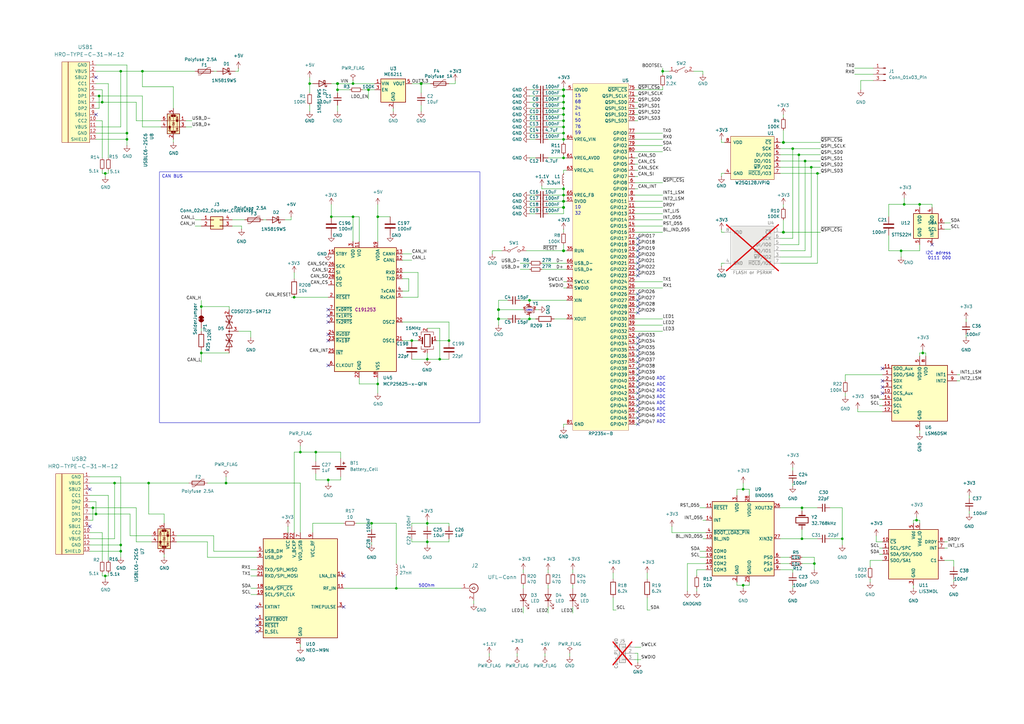
<source format=kicad_sch>
(kicad_sch
	(version 20250114)
	(generator "eeschema")
	(generator_version "9.0")
	(uuid "019f2816-6bfb-4531-95b3-45f73cf5fc4b")
	(paper "A3")
	(title_block
		(title "Westfly AHRS")
		(date "2025-04-26")
		(rev "0.02")
		(company "Westfly")
	)
	
	(text "I2C adress\n 0111 000"
		(exclude_from_sim no)
		(at 384.81 104.902 0)
		(effects
			(font
				(size 1.27 1.27)
			)
		)
		(uuid "0d4331b0-2215-4cb7-a05f-a8735a201122")
	)
	(text "ADC"
		(exclude_from_sim no)
		(at 269.24 166.116 0)
		(effects
			(font
				(size 1.27 1.27)
			)
			(justify left bottom)
		)
		(uuid "1300c50a-2d28-4239-b2de-e0c940f046c2")
	)
	(text "76\n"
		(exclude_from_sim no)
		(at 235.712 52.07 0)
		(effects
			(font
				(size 1.27 1.27)
			)
			(justify left)
		)
		(uuid "1bdf4ad1-6dfe-4bc9-ab81-c95190edd021")
	)
	(text "12MHz"
		(exclude_from_sim no)
		(at 218.44 127.635 0)
		(effects
			(font
				(size 0.508 0.508)
			)
			(justify right bottom)
		)
		(uuid "2a3bf998-87aa-42c6-9ad1-8af2edef1578")
	)
	(text "ADC"
		(exclude_from_sim no)
		(at 269.24 168.656 0)
		(effects
			(font
				(size 1.27 1.27)
			)
			(justify left bottom)
		)
		(uuid "371c443a-0be3-47ae-86a9-39e2faecff57")
	)
	(text "ADC"
		(exclude_from_sim no)
		(at 269.24 173.736 0)
		(effects
			(font
				(size 1.27 1.27)
			)
			(justify left bottom)
		)
		(uuid "37341bdf-8ced-4805-8a71-799042187467")
	)
	(text "ADC"
		(exclude_from_sim no)
		(at 269.24 158.496 0)
		(effects
			(font
				(size 1.27 1.27)
			)
			(justify left bottom)
		)
		(uuid "3971bafe-80f7-4091-ac24-544f57bab9ae")
	)
	(text "ADC"
		(exclude_from_sim no)
		(at 269.24 171.196 0)
		(effects
			(font
				(size 1.27 1.27)
			)
			(justify left bottom)
		)
		(uuid "49313fee-9adf-4c6e-a6e0-623d0094b5e6")
	)
	(text "41"
		(exclude_from_sim no)
		(at 235.712 46.99 0)
		(effects
			(font
				(size 1.27 1.27)
			)
			(justify left)
		)
		(uuid "4ea5dd3e-08d8-4122-bacd-98b43e916d8f")
	)
	(text "ADC"
		(exclude_from_sim no)
		(at 269.24 163.576 0)
		(effects
			(font
				(size 1.27 1.27)
			)
			(justify left bottom)
		)
		(uuid "53070af3-2646-41cd-b64c-54f454f8a5a1")
	)
	(text "59\n"
		(exclude_from_sim no)
		(at 235.712 54.61 0)
		(effects
			(font
				(size 1.27 1.27)
			)
			(justify left)
		)
		(uuid "8689f844-23eb-4bd9-a98b-22610e354b92")
	)
	(text "50Ohm"
		(exclude_from_sim no)
		(at 175.006 240.284 0)
		(effects
			(font
				(size 1.27 1.27)
			)
		)
		(uuid "8a3138b4-ea9f-4d5b-a512-de4283d2dc38")
	)
	(text "50"
		(exclude_from_sim no)
		(at 235.712 49.53 0)
		(effects
			(font
				(size 1.27 1.27)
			)
			(justify left)
		)
		(uuid "b4741bfd-cb0d-499f-ba3e-40f2c1828007")
	)
	(text "24"
		(exclude_from_sim no)
		(at 235.712 44.45 0)
		(effects
			(font
				(size 1.27 1.27)
			)
			(justify left)
		)
		(uuid "cbd1452b-7f19-4ec0-add1-6201d703f3cb")
	)
	(text "ADC"
		(exclude_from_sim no)
		(at 269.24 155.956 0)
		(effects
			(font
				(size 1.27 1.27)
			)
			(justify left bottom)
		)
		(uuid "ce496d1b-d943-4e38-840c-5840db131211")
	)
	(text "32"
		(exclude_from_sim no)
		(at 235.712 87.63 0)
		(effects
			(font
				(size 1.27 1.27)
			)
			(justify left)
		)
		(uuid "d08a8625-7505-46b9-8ab8-b9b49afa5508")
	)
	(text "68"
		(exclude_from_sim no)
		(at 235.712 41.91 0)
		(effects
			(font
				(size 1.27 1.27)
			)
			(justify left)
		)
		(uuid "dcbc471e-26fa-4d86-9013-32e4893fc1a0")
	)
	(text "10\n"
		(exclude_from_sim no)
		(at 235.712 85.09 0)
		(effects
			(font
				(size 1.27 1.27)
			)
			(justify left)
		)
		(uuid "dda8b1e8-7036-4608-974c-d1c8f0eaa6d0")
	)
	(text "15"
		(exclude_from_sim no)
		(at 235.712 39.37 0)
		(effects
			(font
				(size 1.27 1.27)
			)
			(justify left)
		)
		(uuid "f649661e-a9b2-4742-9982-ef6ff17f720c")
	)
	(text "ADC"
		(exclude_from_sim no)
		(at 269.24 161.036 0)
		(effects
			(font
				(size 1.27 1.27)
			)
			(justify left bottom)
		)
		(uuid "f84b3a7b-fe59-497c-9904-c3dc51fb6ce6")
	)
	(text_box "CAN BUS"
		(exclude_from_sim no)
		(at 65.405 70.485 0)
		(size 131.445 102.87)
		(margins 0.9525 0.9525 0.9525 0.9525)
		(stroke
			(width 0)
			(type solid)
		)
		(fill
			(type none)
		)
		(effects
			(font
				(size 1.27 1.27)
			)
			(justify left top)
		)
		(uuid "6e80c2e5-0d2c-4d80-9478-c29b96d0ab68")
	)
	(junction
		(at 138.43 36.83)
		(diameter 0)
		(color 0 0 0 0)
		(uuid "00f00863-d2ba-4ac5-bcb3-e0d2a96b43a2")
	)
	(junction
		(at 231.14 39.37)
		(diameter 1.016)
		(color 0 0 0 0)
		(uuid "033a523e-3fa8-43b5-a67d-4a65c239c080")
	)
	(junction
		(at 162.56 241.3)
		(diameter 0)
		(color 0 0 0 0)
		(uuid "05d90ea1-9594-4548-a029-59857bdc2e9d")
	)
	(junction
		(at 129.54 185.42)
		(diameter 0)
		(color 0 0 0 0)
		(uuid "07eb1346-e3cf-4957-a348-78692346a2c6")
	)
	(junction
		(at 46.99 198.12)
		(diameter 0)
		(color 0 0 0 0)
		(uuid "0898eebc-7776-4071-ab42-50a3d564ede8")
	)
	(junction
		(at 375.92 213.36)
		(diameter 0)
		(color 0 0 0 0)
		(uuid "0ad062fa-1fba-4e80-971f-e3f8a4083a2d")
	)
	(junction
		(at 345.44 220.98)
		(diameter 0)
		(color 0 0 0 0)
		(uuid "0dc82b0d-e7e3-46a0-a688-5e9bb84a9530")
	)
	(junction
		(at 40.64 39.37)
		(diameter 0)
		(color 0 0 0 0)
		(uuid "0f136f89-fffb-484c-91d1-c57255108fd3")
	)
	(junction
		(at 134.62 196.85)
		(diameter 0)
		(color 0 0 0 0)
		(uuid "0f3a5b67-32dd-4ef2-a5f7-50701a4bfacf")
	)
	(junction
		(at 60.96 198.12)
		(diameter 0)
		(color 0 0 0 0)
		(uuid "0f9565b7-5f01-4267-a48a-347552650c54")
	)
	(junction
		(at 335.28 71.12)
		(diameter 0)
		(color 0 0 0 0)
		(uuid "10f24ce3-dd40-4efc-b7e1-2d07dd9237b6")
	)
	(junction
		(at 231.14 54.61)
		(diameter 0)
		(color 0 0 0 0)
		(uuid "19bc6251-5ba5-40d9-95f7-86dd8e618a1e")
	)
	(junction
		(at 231.14 85.09)
		(diameter 1.016)
		(color 0 0 0 0)
		(uuid "1d7e5e5b-7549-4bd1-ac44-fd990c86b603")
	)
	(junction
		(at 52.07 57.15)
		(diameter 0)
		(color 0 0 0 0)
		(uuid "1e2e5d81-7dbe-4f00-a7ed-8e74a411f233")
	)
	(junction
		(at 327.66 63.5)
		(diameter 0)
		(color 0 0 0 0)
		(uuid "1ec28ba1-2517-4564-aa63-7a8ae6a9545f")
	)
	(junction
		(at 175.26 147.32)
		(diameter 0)
		(color 0 0 0 0)
		(uuid "20aa331f-7b7e-4ab4-a206-edfff78ffcbf")
	)
	(junction
		(at 328.93 208.28)
		(diameter 0)
		(color 0 0 0 0)
		(uuid "228c2c55-3556-46b5-a743-fdea45b26c66")
	)
	(junction
		(at 231.14 52.07)
		(diameter 0)
		(color 0 0 0 0)
		(uuid "262d8790-07ab-4729-a1f7-b5046213d333")
	)
	(junction
		(at 41.91 41.91)
		(diameter 0)
		(color 0 0 0 0)
		(uuid "27d2bbf8-06e7-4678-99c8-2b69a7917780")
	)
	(junction
		(at 217.17 130.81)
		(diameter 0)
		(color 0 0 0 0)
		(uuid "2dd7e8c3-adfa-4d6f-ac36-9ac5ee49d0c9")
	)
	(junction
		(at 304.8 200.66)
		(diameter 0)
		(color 0 0 0 0)
		(uuid "2ddc9b48-ee7e-468b-8e04-64805bbe1e84")
	)
	(junction
		(at 231.14 36.83)
		(diameter 1.016)
		(color 0 0 0 0)
		(uuid "2e4d3ffb-cd69-4dac-958f-45a0409d4e26")
	)
	(junction
		(at 231.14 44.45)
		(diameter 1.016)
		(color 0 0 0 0)
		(uuid "2f4c5682-ac41-4d88-9b9a-3df31aaf4559")
	)
	(junction
		(at 135.89 88.9)
		(diameter 0)
		(color 0 0 0 0)
		(uuid "33dc1106-0a82-460c-a771-865058e2cb56")
	)
	(junction
		(at 180.34 147.32)
		(diameter 0)
		(color 0 0 0 0)
		(uuid "41ba67df-e795-4548-bdd2-6b2a1d87390d")
	)
	(junction
		(at 144.78 34.29)
		(diameter 0)
		(color 0 0 0 0)
		(uuid "4677b44f-8de3-4c9a-be21-73326491430c")
	)
	(junction
		(at 321.31 58.42)
		(diameter 1.016)
		(color 0 0 0 0)
		(uuid "49b25c39-0f23-4775-9e14-dccb0a9b5eab")
	)
	(junction
		(at 123.19 185.42)
		(diameter 0)
		(color 0 0 0 0)
		(uuid "4c489a46-086c-4db8-9d37-75d7a03177ae")
	)
	(junction
		(at 138.43 34.29)
		(diameter 1.016)
		(color 0 0 0 0)
		(uuid "4ec31d5c-fab7-407d-943d-df7f1db862f0")
	)
	(junction
		(at 58.42 29.21)
		(diameter 0)
		(color 0 0 0 0)
		(uuid "51f1d210-6be8-4c6d-b653-583eee1506d9")
	)
	(junction
		(at 217.17 123.19)
		(diameter 0)
		(color 0 0 0 0)
		(uuid "57912f5d-92d1-41f6-b12f-e08299860d39")
	)
	(junction
		(at 204.47 127)
		(diameter 1.016)
		(color 0 0 0 0)
		(uuid "57a681a3-bb22-46f3-85d1-d4bc389a1dfa")
	)
	(junction
		(at 152.4 214.63)
		(diameter 0)
		(color 0 0 0 0)
		(uuid "5c04c2e5-a40e-4a79-a281-5739274d5341")
	)
	(junction
		(at 231.14 41.91)
		(diameter 0)
		(color 0 0 0 0)
		(uuid "653fdf36-cd82-4379-8910-c35266420a23")
	)
	(junction
		(at 378.46 144.78)
		(diameter 0)
		(color 0 0 0 0)
		(uuid "65fa1e3e-1ca6-45e9-a389-6303084d2f7c")
	)
	(junction
		(at 82.55 144.78)
		(diameter 0)
		(color 0 0 0 0)
		(uuid "6995060e-0eeb-44c3-97ee-5a82984b2612")
	)
	(junction
		(at 304.8 240.03)
		(diameter 0)
		(color 0 0 0 0)
		(uuid "6997fbd2-b310-4c9b-9bda-b4923fa95352")
	)
	(junction
		(at 334.01 231.14)
		(diameter 0)
		(color 0 0 0 0)
		(uuid "6e4b3307-e6f9-4a17-869b-04de77f8c082")
	)
	(junction
		(at 168.91 139.7)
		(diameter 0)
		(color 0 0 0 0)
		(uuid "71c52ce3-ce53-4445-a1e4-bc9f87c791f6")
	)
	(junction
		(at 332.74 68.58)
		(diameter 0)
		(color 0 0 0 0)
		(uuid "73d2ba2e-6a89-4e9c-9a62-54bf38e38cd5")
	)
	(junction
		(at 92.71 198.12)
		(diameter 0)
		(color 0 0 0 0)
		(uuid "764d14d9-05e7-4d20-bbbd-a8df3a70dbb3")
	)
	(junction
		(at 175.26 214.63)
		(diameter 0)
		(color 0 0 0 0)
		(uuid "77cd6cc1-7f24-497f-a4b1-0748f20d90eb")
	)
	(junction
		(at 231.14 82.55)
		(diameter 1.016)
		(color 0 0 0 0)
		(uuid "85cb6cd9-24a9-4eb0-935d-9f6587b229c1")
	)
	(junction
		(at 325.12 60.96)
		(diameter 0)
		(color 0 0 0 0)
		(uuid "865bf4d2-a20f-4b3b-bcf3-1d8de54d8004")
	)
	(junction
		(at 321.31 95.25)
		(diameter 1.016)
		(color 0 0 0 0)
		(uuid "867be7d8-a435-4c4b-ad17-91e7b83ab94f")
	)
	(junction
		(at 231.14 49.53)
		(diameter 0)
		(color 0 0 0 0)
		(uuid "89e3dbac-abe2-4d3b-a835-8a07c82cde8f")
	)
	(junction
		(at 175.26 222.25)
		(diameter 0)
		(color 0 0 0 0)
		(uuid "89f886ed-4ef9-42b5-a06a-a9309497ce49")
	)
	(junction
		(at 231.14 80.01)
		(diameter 0)
		(color 0 0 0 0)
		(uuid "8b18d4d3-13db-4252-a8b7-01f7319f2c5c")
	)
	(junction
		(at 154.94 157.48)
		(diameter 0)
		(color 0 0 0 0)
		(uuid "8b25211e-14ed-4bdd-9d16-bf62579ba074")
	)
	(junction
		(at 231.14 77.47)
		(diameter 0)
		(color 0 0 0 0)
		(uuid "8d571384-44e1-489e-ad8c-f7c8df23ec5b")
	)
	(junction
		(at 127 34.29)
		(diameter 0)
		(color 0 0 0 0)
		(uuid "93dca79c-f81a-4a34-93fe-ff727655900e")
	)
	(junction
		(at 231.14 64.77)
		(diameter 0)
		(color 0 0 0 0)
		(uuid "94eebac5-d218-49e1-91dc-179e58f4461c")
	)
	(junction
		(at 204.47 130.81)
		(diameter 1.016)
		(color 0 0 0 0)
		(uuid "96973782-9562-4bea-bef5-dfcd942240b3")
	)
	(junction
		(at 231.14 102.87)
		(diameter 1.016)
		(color 0 0 0 0)
		(uuid "9e6da366-6ca4-4df1-b31d-46505f0f4aef")
	)
	(junction
		(at 172.72 34.29)
		(diameter 1.016)
		(color 0 0 0 0)
		(uuid "a513f5b7-cb35-42a2-8c8f-3ed9755067d5")
	)
	(junction
		(at 82.55 125.73)
		(diameter 0)
		(color 0 0 0 0)
		(uuid "a7af9b45-aeaf-448e-a8c2-58c67c913434")
	)
	(junction
		(at 144.78 88.9)
		(diameter 0)
		(color 0 0 0 0)
		(uuid "adda5757-9d41-4394-b2f5-33dd70419814")
	)
	(junction
		(at 328.93 220.98)
		(diameter 0)
		(color 0 0 0 0)
		(uuid "b0bdfe53-be00-47ea-8806-743a60469982")
	)
	(junction
		(at 231.14 57.15)
		(diameter 0)
		(color 0 0 0 0)
		(uuid "b23aa6b1-0de8-42aa-9e15-3f5813ad2d0b")
	)
	(junction
		(at 43.18 71.12)
		(diameter 0)
		(color 0 0 0 0)
		(uuid "b27fec95-5244-421b-aa1c-96624e170d86")
	)
	(junction
		(at 271.78 29.21)
		(diameter 0)
		(color 0 0 0 0)
		(uuid "b5fb6257-506b-4a9c-bae2-50040281c4b7")
	)
	(junction
		(at 377.19 83.82)
		(diameter 0)
		(color 0 0 0 0)
		(uuid "b8a34c1c-538c-4aeb-a1cf-9250be2b5f3a")
	)
	(junction
		(at 370.84 83.82)
		(diameter 0)
		(color 0 0 0 0)
		(uuid "b8badaaa-88d3-4f55-848e-c136ad012e87")
	)
	(junction
		(at 154.94 88.9)
		(diameter 0)
		(color 0 0 0 0)
		(uuid "ba43ae9d-e5f6-42e3-a52a-67d0c8a47980")
	)
	(junction
		(at 49.53 226.06)
		(diameter 0)
		(color 0 0 0 0)
		(uuid "c78b54be-2d06-4de3-b26c-758b95b7d1f4")
	)
	(junction
		(at 120.65 121.92)
		(diameter 0)
		(color 0 0 0 0)
		(uuid "cdd92870-937b-412b-a4d7-2b3d3e4898f2")
	)
	(junction
		(at 184.15 139.7)
		(diameter 0)
		(color 0 0 0 0)
		(uuid "d4168d15-0880-43e5-b86b-47360bffec72")
	)
	(junction
		(at 369.57 102.87)
		(diameter 0)
		(color 0 0 0 0)
		(uuid "d4e15ca3-2e25-41af-8195-0cb21093bb22")
	)
	(junction
		(at 38.1 208.28)
		(diameter 0)
		(color 0 0 0 0)
		(uuid "d4f29084-a3a9-45da-9974-9d4012df9336")
	)
	(junction
		(at 231.14 46.99)
		(diameter 0)
		(color 0 0 0 0)
		(uuid "e605cd86-4b2b-4bf7-b5be-da7557715c7b")
	)
	(junction
		(at 330.2 66.04)
		(diameter 0)
		(color 0 0 0 0)
		(uuid "e7b17a25-b232-4613-8dee-8869045fdc31")
	)
	(junction
		(at 49.53 223.52)
		(diameter 0)
		(color 0 0 0 0)
		(uuid "ec59b211-42f0-4cf4-aac1-7a056f65288d")
	)
	(junction
		(at 43.18 236.22)
		(diameter 0)
		(color 0 0 0 0)
		(uuid "f0a43b3f-a77a-44d2-8d3c-17f89edce778")
	)
	(junction
		(at 49.53 29.21)
		(diameter 0)
		(color 0 0 0 0)
		(uuid "f2e70c10-7723-4f1c-8073-c4faa2fb4600")
	)
	(junction
		(at 39.37 210.82)
		(diameter 0)
		(color 0 0 0 0)
		(uuid "f98f7723-4a5f-4bdc-8fba-e0accdded7f6")
	)
	(junction
		(at 52.07 54.61)
		(diameter 0)
		(color 0 0 0 0)
		(uuid "fc333cc4-3878-47fd-98c8-98c8bfabbec2")
	)
	(junction
		(at 151.13 36.83)
		(diameter 0)
		(color 0 0 0 0)
		(uuid "fddb3293-fbe1-4744-bb2a-791b89597a5f")
	)
	(no_connect
		(at 261.62 123.19)
		(uuid "0eb00d2f-c387-4eec-ab4f-6d62ac9f6981")
	)
	(no_connect
		(at 261.62 110.49)
		(uuid "0eb960ce-b49e-4f85-a83b-28ca2501733e")
	)
	(no_connect
		(at 261.62 173.99)
		(uuid "17ab64e6-09dc-4264-ac86-06664c12898b")
	)
	(no_connect
		(at 261.62 128.27)
		(uuid "20a82f13-40c8-4478-8eea-cf2b7849086b")
	)
	(no_connect
		(at 261.62 146.05)
		(uuid "260a3798-9266-4586-9a92-196cecb8d3be")
	)
	(no_connect
		(at 261.62 120.65)
		(uuid "32e24bbe-882e-4e88-9cde-4ef0a9940ba6")
	)
	(no_connect
		(at 361.95 156.21)
		(uuid "331b6d16-ace6-4c7b-8672-55ca1caab078")
	)
	(no_connect
		(at 134.62 149.86)
		(uuid "3589c54e-e664-4357-833d-8df0c406eb89")
	)
	(no_connect
		(at 261.62 143.51)
		(uuid "36e411d9-256d-438f-b256-9ced6e50c69c")
	)
	(no_connect
		(at 134.62 137.16)
		(uuid "39b71f57-6664-4a33-87e4-e6b870f0942a")
	)
	(no_connect
		(at 134.62 127)
		(uuid "3eaddbc2-5b05-4d95-a2f3-8a3d30e2c88a")
	)
	(no_connect
		(at 105.41 248.92)
		(uuid "3f0cd3f3-ca8f-44c7-8ebf-c5a2692cc101")
	)
	(no_connect
		(at 105.41 259.08)
		(uuid "415612b1-6052-4d89-b626-ad2d01522a70")
	)
	(no_connect
		(at 134.62 129.54)
		(uuid "453fa946-7e0a-4ef6-9b46-feff76e85c33")
	)
	(no_connect
		(at 105.41 254)
		(uuid "49d699a1-4662-4b4a-a0cf-7cf165749d1a")
	)
	(no_connect
		(at 361.95 158.75)
		(uuid "569b50eb-e2ee-4588-b5e0-77bed0fa47b1")
	)
	(no_connect
		(at 361.95 161.29)
		(uuid "5d7011b1-c129-476c-9ae7-de0f7cebef5f")
	)
	(no_connect
		(at 261.62 97.79)
		(uuid "60f7bd55-fb53-4270-9a58-9ddab1a70606")
	)
	(no_connect
		(at 261.62 153.67)
		(uuid "685228c0-b82b-4801-b4d9-f81179d5abc5")
	)
	(no_connect
		(at 261.62 102.87)
		(uuid "6bb60ad3-5ca0-402c-b514-eff22c9b6bf6")
	)
	(no_connect
		(at 134.62 139.7)
		(uuid "7c972364-32ba-4b36-848a-b327c540987e")
	)
	(no_connect
		(at 261.62 171.45)
		(uuid "7d31d615-e11d-42f1-b0a3-0771439b7033")
	)
	(no_connect
		(at 261.62 158.75)
		(uuid "807fbfca-ced3-4f91-a839-d72e834ab421")
	)
	(no_connect
		(at 261.62 168.91)
		(uuid "8287d38d-13d1-40d3-9cd5-1f314a3714d7")
	)
	(no_connect
		(at 261.62 163.83)
		(uuid "828df1b8-12f1-4799-94c8-b69f11076a2b")
	)
	(no_connect
		(at 140.97 236.22)
		(uuid "82d8314b-abe8-41e0-87e7-d32f750a4133")
	)
	(no_connect
		(at 36.83 200.66)
		(uuid "85d44c7b-25b5-4cca-92f5-1e46202ab49b")
	)
	(no_connect
		(at 261.62 125.73)
		(uuid "9088ccdb-0e95-4cac-8781-6f4b6e4ab06d")
	)
	(no_connect
		(at 382.27 100.33)
		(uuid "9704e535-60ba-4ea6-9540-66dc51d35cc0")
	)
	(no_connect
		(at 261.62 148.59)
		(uuid "97a0dcb0-fe9f-49c8-a0ab-ddc27fbf3c35")
	)
	(no_connect
		(at 261.62 161.29)
		(uuid "993a8029-e2ba-472d-a932-8d94eae30b2c")
	)
	(no_connect
		(at 261.62 156.21)
		(uuid "a314c92d-17b2-4999-8795-d0dd5f468afc")
	)
	(no_connect
		(at 361.95 151.13)
		(uuid "a39acd0d-1a51-4ac2-89e9-8a2f804136a5")
	)
	(no_connect
		(at 261.62 100.33)
		(uuid "a9ae1740-0388-4ab8-aeb5-823fb094a7e4")
	)
	(no_connect
		(at 105.41 256.54)
		(uuid "b94e19b8-c7fd-4961-81cf-de7f97acc911")
	)
	(no_connect
		(at 261.62 138.43)
		(uuid "c486c7d5-ddca-4104-bb86-86af3ac86c8d")
	)
	(no_connect
		(at 39.37 31.75)
		(uuid "c79dc878-9223-4f5d-a318-e320848a1718")
	)
	(no_connect
		(at 261.62 140.97)
		(uuid "ca34784f-3f0a-4531-bad6-a13c6067a7cc")
	)
	(no_connect
		(at 261.62 151.13)
		(uuid "d50ea20a-b18a-4e1f-b4b2-1c0c2a1ef182")
	)
	(no_connect
		(at 261.62 113.03)
		(uuid "d61fb584-a30f-403c-90a4-51694d22ce12")
	)
	(no_connect
		(at 134.62 132.08)
		(uuid "db3c4b45-3ea0-4784-80a4-893181879b15")
	)
	(no_connect
		(at 39.37 46.99)
		(uuid "dcb56931-4ed0-491a-ba1c-323dfc62ba85")
	)
	(no_connect
		(at 140.97 248.92)
		(uuid "dfbe5d84-62c6-4227-9d32-c7faea55c399")
	)
	(no_connect
		(at 261.62 105.41)
		(uuid "e147486a-104f-4389-a846-a152629aef5e")
	)
	(no_connect
		(at 36.83 215.9)
		(uuid "e7a42634-18c0-4786-986a-fe646b9634dd")
	)
	(no_connect
		(at 261.62 166.37)
		(uuid "edd65db4-7fef-4942-a628-f613bcaf36f5")
	)
	(no_connect
		(at 261.62 107.95)
		(uuid "f8eab24e-4864-4973-a87e-0e96b60cb857")
	)
	(wire
		(pts
			(xy 168.91 139.7) (xy 171.45 139.7)
		)
		(stroke
			(width 0)
			(type default)
		)
		(uuid "00e9ec3e-67f4-40a3-a801-109164d09b7f")
	)
	(wire
		(pts
			(xy 118.11 215.9) (xy 118.11 218.44)
		)
		(stroke
			(width 0)
			(type default)
		)
		(uuid "00f4480b-5019-46f6-b5ac-a7c2ae23dfbe")
	)
	(wire
		(pts
			(xy 320.04 102.87) (xy 330.2 102.87)
		)
		(stroke
			(width 0)
			(type solid)
		)
		(uuid "011766d1-5397-4b52-bc98-3b826e4c5d67")
	)
	(wire
		(pts
			(xy 391.16 237.49) (xy 391.16 238.76)
		)
		(stroke
			(width 0)
			(type default)
		)
		(uuid "018e832b-759f-4278-8d4d-874e439047a9")
	)
	(wire
		(pts
			(xy 387.35 91.44) (xy 389.89 91.44)
		)
		(stroke
			(width 0)
			(type default)
		)
		(uuid "0196bfe0-a7a3-4c4e-94fd-225343b2e9f0")
	)
	(wire
		(pts
			(xy 260.35 69.85) (xy 261.62 69.85)
		)
		(stroke
			(width 0)
			(type default)
		)
		(uuid "020fc10a-6ba1-48d1-b34b-a84c9c8580ed")
	)
	(wire
		(pts
			(xy 285.75 241.3) (xy 285.75 242.57)
		)
		(stroke
			(width 0)
			(type default)
		)
		(uuid "02164673-29ae-42ec-af69-5587832ef9bf")
	)
	(wire
		(pts
			(xy 76.2 49.53) (xy 78.74 49.53)
		)
		(stroke
			(width 0)
			(type default)
		)
		(uuid "0305fe8f-bf75-43c4-b212-4d464dc1f44b")
	)
	(wire
		(pts
			(xy 80.01 92.71) (xy 82.55 92.71)
		)
		(stroke
			(width 0)
			(type default)
		)
		(uuid "03607fd5-968f-4153-8e23-3a4865774f34")
	)
	(wire
		(pts
			(xy 304.8 240.03) (xy 304.8 241.3)
		)
		(stroke
			(width 0)
			(type default)
		)
		(uuid "03c9da97-a01b-45ab-87df-922ebb151cb3")
	)
	(wire
		(pts
			(xy 184.15 222.25) (xy 184.15 220.98)
		)
		(stroke
			(width 0)
			(type default)
		)
		(uuid "0453ed9c-a278-4290-84fd-6f9f2de92b81")
	)
	(wire
		(pts
			(xy 39.37 205.74) (xy 39.37 210.82)
		)
		(stroke
			(width 0)
			(type default)
		)
		(uuid "04ce15a4-b606-49e2-9b18-e7101e6444ec")
	)
	(wire
		(pts
			(xy 321.31 46.99) (xy 321.31 48.26)
		)
		(stroke
			(width 0)
			(type solid)
		)
		(uuid "05928df1-e6de-4906-bcba-bcd527c4c5f0")
	)
	(wire
		(pts
			(xy 325.12 60.96) (xy 325.12 97.79)
		)
		(stroke
			(width 0)
			(type solid)
		)
		(uuid "05a037e2-c471-4766-a963-a1ccdf555ad9")
	)
	(wire
		(pts
			(xy 217.17 87.63) (xy 219.71 87.63)
		)
		(stroke
			(width 0)
			(type solid)
		)
		(uuid "0611ad96-7686-43bf-bab4-3472ccfbf09d")
	)
	(wire
		(pts
			(xy 231.14 118.11) (xy 232.41 118.11)
		)
		(stroke
			(width 0)
			(type default)
		)
		(uuid "06255cbe-aaf7-43d4-8cb8-a0aa14adecd0")
	)
	(wire
		(pts
			(xy 36.83 223.52) (xy 49.53 223.52)
		)
		(stroke
			(width 0)
			(type default)
		)
		(uuid "065f47a4-1fc1-49d8-a1ca-8522ca200ca5")
	)
	(wire
		(pts
			(xy 129.54 185.42) (xy 129.54 189.23)
		)
		(stroke
			(width 0)
			(type default)
		)
		(uuid "08798934-bb92-4420-8359-f66c687e84fa")
	)
	(wire
		(pts
			(xy 212.09 267.97) (xy 212.09 269.24)
		)
		(stroke
			(width 0)
			(type default)
		)
		(uuid "0947f31d-90be-49ca-ad18-6ae9e969398a")
	)
	(wire
		(pts
			(xy 295.91 95.25) (xy 295.91 93.98)
		)
		(stroke
			(width 0)
			(type solid)
		)
		(uuid "096a5941-3d26-411f-9e41-ba7313615447")
	)
	(wire
		(pts
			(xy 320.04 63.5) (xy 327.66 63.5)
		)
		(stroke
			(width 0)
			(type solid)
		)
		(uuid "09ee3d99-1b72-4b93-a7c7-ed06d0b241bc")
	)
	(wire
		(pts
			(xy 138.43 38.1) (xy 138.43 36.83)
		)
		(stroke
			(width 0)
			(type default)
		)
		(uuid "0a944149-7333-467e-8238-87fb9f5b0642")
	)
	(wire
		(pts
			(xy 41.91 69.85) (xy 41.91 71.12)
		)
		(stroke
			(width 0)
			(type default)
		)
		(uuid "0b19ec1f-210a-4885-a50b-d14a443701ec")
	)
	(wire
		(pts
			(xy 231.14 36.83) (xy 232.41 36.83)
		)
		(stroke
			(width 0)
			(type solid)
		)
		(uuid "0b72288b-1f6c-4b2c-8bc7-0aefe68b1e3c")
	)
	(wire
		(pts
			(xy 320.04 228.6) (xy 323.85 228.6)
		)
		(stroke
			(width 0)
			(type default)
		)
		(uuid "0bc958ef-e05e-476e-af30-a571fb7ab1bc")
	)
	(wire
		(pts
			(xy 217.17 130.81) (xy 219.71 130.81)
		)
		(stroke
			(width 0)
			(type solid)
		)
		(uuid "0bec8f57-5d81-434f-b320-356c059489b3")
	)
	(wire
		(pts
			(xy 356.87 237.49) (xy 356.87 238.76)
		)
		(stroke
			(width 0)
			(type default)
		)
		(uuid "0c60f424-b4d5-46f7-929a-a24863080542")
	)
	(wire
		(pts
			(xy 39.37 49.53) (xy 41.91 49.53)
		)
		(stroke
			(width 0)
			(type default)
		)
		(uuid "0c7afe86-9d3d-421a-b350-0f1d940a22c7")
	)
	(wire
		(pts
			(xy 194.31 246.38) (xy 194.31 247.65)
		)
		(stroke
			(width 0)
			(type default)
		)
		(uuid "0d3cc426-3ed8-4022-9fff-249e61ba3760")
	)
	(wire
		(pts
			(xy 58.42 29.21) (xy 80.01 29.21)
		)
		(stroke
			(width 0)
			(type default)
		)
		(uuid "0e239d0b-c824-4af0-8ade-a95c3c8e5221")
	)
	(wire
		(pts
			(xy 231.14 41.91) (xy 231.14 44.45)
		)
		(stroke
			(width 0)
			(type solid)
		)
		(uuid "0e8b8baa-6be1-408d-ad04-36c3a7c333fe")
	)
	(wire
		(pts
			(xy 204.47 130.81) (xy 204.47 133.35)
		)
		(stroke
			(width 0)
			(type solid)
		)
		(uuid "0e9176e5-e739-4c12-b568-9e8727f7c62f")
	)
	(wire
		(pts
			(xy 168.91 215.9) (xy 168.91 214.63)
		)
		(stroke
			(width 0)
			(type default)
		)
		(uuid "0ea8deb8-adeb-4e2f-8c0c-71cf51ed85d2")
	)
	(wire
		(pts
			(xy 217.17 44.45) (xy 219.71 44.45)
		)
		(stroke
			(width 0)
			(type solid)
		)
		(uuid "0edb9c92-fbee-4e54-be1b-e5e091eeb792")
	)
	(wire
		(pts
			(xy 251.46 234.95) (xy 251.46 237.49)
		)
		(stroke
			(width 0)
			(type default)
		)
		(uuid "1015a6ba-0757-40f1-bee6-7cc3ebe91fe9")
	)
	(wire
		(pts
			(xy 392.43 153.67) (xy 393.7 153.67)
		)
		(stroke
			(width 0)
			(type default)
		)
		(uuid "113f16c7-3d69-4d98-93d6-91572d192bef")
	)
	(wire
		(pts
			(xy 265.43 245.11) (xy 265.43 250.19)
		)
		(stroke
			(width 0)
			(type default)
		)
		(uuid "114b45cd-2998-46be-a385-e07ca1e8134b")
	)
	(wire
		(pts
			(xy 224.79 46.99) (xy 231.14 46.99)
		)
		(stroke
			(width 0)
			(type solid)
		)
		(uuid "117cf84e-b330-42d7-96ed-711698f14c01")
	)
	(wire
		(pts
			(xy 321.31 58.42) (xy 321.31 53.34)
		)
		(stroke
			(width 0)
			(type solid)
		)
		(uuid "11f7a906-7375-4c65-9fbd-e5d12af51e35")
	)
	(wire
		(pts
			(xy 260.35 36.83) (xy 271.78 36.83)
		)
		(stroke
			(width 0)
			(type solid)
		)
		(uuid "11fc7fa2-e7b0-4585-84f5-ecd1506f4422")
	)
	(wire
		(pts
			(xy 172.72 34.29) (xy 176.53 34.29)
		)
		(stroke
			(width 0)
			(type solid)
		)
		(uuid "120c3418-6fb6-46e8-99c5-3c1860cef377")
	)
	(wire
		(pts
			(xy 260.35 100.33) (xy 261.62 100.33)
		)
		(stroke
			(width 0)
			(type default)
		)
		(uuid "12e0e6d9-f6c8-4247-91d0-cbd6daaa37b1")
	)
	(wire
		(pts
			(xy 53.34 210.82) (xy 53.34 219.71)
		)
		(stroke
			(width 0)
			(type default)
		)
		(uuid "130212e6-26b7-4ea8-98a4-42442fb97bb0")
	)
	(wire
		(pts
			(xy 41.91 236.22) (xy 43.18 236.22)
		)
		(stroke
			(width 0)
			(type default)
		)
		(uuid "13481171-3261-4bda-8dee-c358f0d09b32")
	)
	(wire
		(pts
			(xy 231.14 76.2) (xy 231.14 77.47)
		)
		(stroke
			(width 0)
			(type default)
		)
		(uuid "1373b689-2b15-45c2-bd3f-41709818e56a")
	)
	(wire
		(pts
			(xy 184.15 214.63) (xy 184.15 215.9)
		)
		(stroke
			(width 0)
			(type default)
		)
		(uuid "13937219-abce-4862-8470-63a48b0c40cd")
	)
	(wire
		(pts
			(xy 231.14 57.15) (xy 231.14 58.42)
		)
		(stroke
			(width 0)
			(type default)
		)
		(uuid "13e3b94a-71dc-4cf6-8623-05e8d893e3d4")
	)
	(wire
		(pts
			(xy 144.78 88.9) (xy 135.89 88.9)
		)
		(stroke
			(width 0)
			(type default)
		)
		(uuid "13f17a40-b1b3-49fa-9354-6e7ab43a1a3c")
	)
	(wire
		(pts
			(xy 320.04 60.96) (xy 325.12 60.96)
		)
		(stroke
			(width 0)
			(type solid)
		)
		(uuid "140add01-4ea4-4f82-8c13-fdee0a7b754a")
	)
	(wire
		(pts
			(xy 217.17 82.55) (xy 219.71 82.55)
		)
		(stroke
			(width 0)
			(type solid)
		)
		(uuid "159edba0-3811-4276-b26d-87ee1e61488e")
	)
	(wire
		(pts
			(xy 295.91 107.95) (xy 295.91 109.22)
		)
		(stroke
			(width 0)
			(type solid)
		)
		(uuid "1688c812-bb39-4a98-8275-18bcdc1d9394")
	)
	(wire
		(pts
			(xy 144.78 99.06) (xy 144.78 88.9)
		)
		(stroke
			(width 0)
			(type default)
		)
		(uuid "18b7e93e-b926-4e7a-99c9-a173cc6c7d58")
	)
	(wire
		(pts
			(xy 82.55 143.51) (xy 82.55 144.78)
		)
		(stroke
			(width 0)
			(type default)
		)
		(uuid "199c4ee8-db57-4233-a5b6-536d112320bd")
	)
	(wire
		(pts
			(xy 260.35 102.87) (xy 261.62 102.87)
		)
		(stroke
			(width 0)
			(type default)
		)
		(uuid "1a55acbd-54cf-45b8-9257-315dc536b3e2")
	)
	(wire
		(pts
			(xy 138.43 43.18) (xy 138.43 45.72)
		)
		(stroke
			(width 0)
			(type solid)
		)
		(uuid "1aa1dcb7-1d79-47e7-9fd0-33015ec59cbf")
	)
	(wire
		(pts
			(xy 144.78 34.29) (xy 153.67 34.29)
		)
		(stroke
			(width 0)
			(type solid)
		)
		(uuid "1aac169e-e6a1-4b61-9e90-b85fb07a61ae")
	)
	(wire
		(pts
			(xy 320.04 233.68) (xy 325.12 233.68)
		)
		(stroke
			(width 0)
			(type default)
		)
		(uuid "1e62df17-e5b5-45cf-b154-800d9129e036")
	)
	(wire
		(pts
			(xy 231.14 173.99) (xy 231.14 175.26)
		)
		(stroke
			(width 0)
			(type default)
		)
		(uuid "20504351-a62f-4435-896f-c3586c43d86d")
	)
	(wire
		(pts
			(xy 95.25 90.17) (xy 100.33 90.17)
		)
		(stroke
			(width 0)
			(type default)
		)
		(uuid "207851de-1646-460f-b18b-6d85a202c931")
	)
	(wire
		(pts
			(xy 201.93 104.14) (xy 201.93 102.87)
		)
		(stroke
			(width 0)
			(type solid)
		)
		(uuid "2078a3c0-14e7-4ff0-bd9b-43c078a73ad1")
	)
	(wire
		(pts
			(xy 285.75 233.68) (xy 289.56 233.68)
		)
		(stroke
			(width 0)
			(type default)
		)
		(uuid "214d61f7-4555-4ff3-b9b1-3b319f228248")
	)
	(wire
		(pts
			(xy 328.93 231.14) (xy 334.01 231.14)
		)
		(stroke
			(width 0)
			(type default)
		)
		(uuid "2184bbea-7617-47a3-8423-0572c78b403c")
	)
	(wire
		(pts
			(xy 72.39 222.25) (xy 85.09 222.25)
		)
		(stroke
			(width 0)
			(type default)
		)
		(uuid "226e40cc-64f1-4738-bd10-fb3d5690ad3f")
	)
	(wire
		(pts
			(xy 260.35 135.89) (xy 271.78 135.89)
		)
		(stroke
			(width 0)
			(type default)
		)
		(uuid "230861a0-2601-4976-8b13-ce9f84765fc7")
	)
	(wire
		(pts
			(xy 148.59 36.83) (xy 151.13 36.83)
		)
		(stroke
			(width 0)
			(type default)
		)
		(uuid "2313f104-b4ef-43d3-85ff-a9b06c5501e2")
	)
	(wire
		(pts
			(xy 320.04 95.25) (xy 321.31 95.25)
		)
		(stroke
			(width 0)
			(type solid)
		)
		(uuid "239faec4-f65a-4aa9-baf3-97e664875050")
	)
	(wire
		(pts
			(xy 85.09 222.25) (xy 85.09 228.6)
		)
		(stroke
			(width 0)
			(type default)
		)
		(uuid "252f3479-49cb-4b7b-a666-9ce87b0d0abd")
	)
	(wire
		(pts
			(xy 260.35 146.05) (xy 261.62 146.05)
		)
		(stroke
			(width 0)
			(type default)
		)
		(uuid "253ecb79-5f7a-4024-86a7-e64647162ccb")
	)
	(wire
		(pts
			(xy 184.15 34.29) (xy 186.69 34.29)
		)
		(stroke
			(width 0)
			(type default)
		)
		(uuid "253f7bc7-cd87-4f10-a03c-a738875144f3")
	)
	(wire
		(pts
			(xy 53.34 219.71) (xy 62.23 219.71)
		)
		(stroke
			(width 0)
			(type default)
		)
		(uuid "25b1bca6-dea7-4b2d-8aa6-2bf1f36397d4")
	)
	(wire
		(pts
			(xy 204.47 127) (xy 204.47 130.81)
		)
		(stroke
			(width 0)
			(type solid)
		)
		(uuid "261619ac-3da3-4ce8-8a80-c4835b36762d")
	)
	(wire
		(pts
			(xy 360.68 227.33) (xy 361.95 227.33)
		)
		(stroke
			(width 0)
			(type default)
		)
		(uuid "2652e2cb-96c5-4783-851f-d94f4decc48d")
	)
	(wire
		(pts
			(xy 217.17 52.07) (xy 219.71 52.07)
		)
		(stroke
			(width 0)
			(type solid)
		)
		(uuid "2690811a-1a4b-4dd7-bcad-58d0dbfb74b3")
	)
	(wire
		(pts
			(xy 39.37 54.61) (xy 52.07 54.61)
		)
		(stroke
			(width 0)
			(type default)
		)
		(uuid "26c5c733-0357-4b58-9393-a14d05b5780f")
	)
	(wire
		(pts
			(xy 231.14 39.37) (xy 231.14 41.91)
		)
		(stroke
			(width 0)
			(type solid)
		)
		(uuid "27a40c9a-fce2-4b99-9523-36ba5208b57b")
	)
	(wire
		(pts
			(xy 302.26 200.66) (xy 304.8 200.66)
		)
		(stroke
			(width 0)
			(type default)
		)
		(uuid "281bdc69-0019-4e97-946d-15107541181f")
	)
	(wire
		(pts
			(xy 336.55 95.25) (xy 321.31 95.25)
		)
		(stroke
			(width 0)
			(type solid)
		)
		(uuid "29110771-8cbd-40c7-af0f-ba87b87e92de")
	)
	(wire
		(pts
			(xy 138.43 34.29) (xy 144.78 34.29)
		)
		(stroke
			(width 0)
			(type solid)
		)
		(uuid "2946afe8-9ade-4130-a3d6-49c498ffeed1")
	)
	(wire
		(pts
			(xy 36.83 203.2) (xy 44.45 203.2)
		)
		(stroke
			(width 0)
			(type default)
		)
		(uuid "2975cbe5-0216-46cf-8ce0-c08a9ce68d15")
	)
	(wire
		(pts
			(xy 351.79 167.64) (xy 351.79 168.91)
		)
		(stroke
			(width 0)
			(type default)
		)
		(uuid "2994dc38-68f6-4cda-a764-953feb5269e6")
	)
	(wire
		(pts
			(xy 38.1 208.28) (xy 55.88 208.28)
		)
		(stroke
			(width 0)
			(type default)
		)
		(uuid "2ac006c7-6ae7-447b-b74d-43e3938da5dc")
	)
	(wire
		(pts
			(xy 350.52 30.48) (xy 358.14 30.48)
		)
		(stroke
			(width 0)
			(type default)
		)
		(uuid "2bc0d1d4-12e8-4ee5-9f3d-aaef299c6555")
	)
	(wire
		(pts
			(xy 231.14 69.85) (xy 231.14 71.12)
		)
		(stroke
			(width 0)
			(type default)
		)
		(uuid "2c295c01-f1e5-4a0d-bf5c-4fa28c0ad922")
	)
	(wire
		(pts
			(xy 41.91 234.95) (xy 41.91 236.22)
		)
		(stroke
			(width 0)
			(type default)
		)
		(uuid "2c68fb5e-fa7c-456c-85b2-f9d803fe3c1b")
	)
	(wire
		(pts
			(xy 260.35 57.15) (xy 271.78 57.15)
		)
		(stroke
			(width 0)
			(type default)
		)
		(uuid "2c6bdd48-125e-40dd-a2dd-1b282fdaa773")
	)
	(wire
		(pts
			(xy 67.31 227.33) (xy 67.31 228.6)
		)
		(stroke
			(width 0)
			(type default)
		)
		(uuid "2f9e104d-30ea-42bc-b6c3-538efb47534d")
	)
	(wire
		(pts
			(xy 224.79 36.83) (xy 231.14 36.83)
		)
		(stroke
			(width 0)
			(type solid)
		)
		(uuid "30638668-6552-45c9-aeb8-fa721adcf0ba")
	)
	(wire
		(pts
			(xy 260.35 62.23) (xy 271.78 62.23)
		)
		(stroke
			(width 0)
			(type default)
		)
		(uuid "3119fe9c-de5e-4f7f-bef7-49b4ccf600e1")
	)
	(wire
		(pts
			(xy 66.04 49.53) (xy 55.88 49.53)
		)
		(stroke
			(width 0)
			(type default)
		)
		(uuid "3144512b-8641-4aea-bd88-2a56bde26921")
	)
	(wire
		(pts
			(xy 231.14 93.98) (xy 231.14 95.25)
		)
		(stroke
			(width 0)
			(type solid)
		)
		(uuid "326be1b8-4a75-42a8-9ee6-44437b891f05")
	)
	(wire
		(pts
			(xy 213.36 107.95) (xy 217.17 107.95)
		)
		(stroke
			(width 0)
			(type solid)
		)
		(uuid "32bb5f4e-cabe-4355-ac12-f4e43aad0358")
	)
	(wire
		(pts
			(xy 58.42 35.56) (xy 71.12 35.56)
		)
		(stroke
			(width 0)
			(type default)
		)
		(uuid "32c83c7d-641f-4b73-880f-4d30c10348f3")
	)
	(wire
		(pts
			(xy 167.64 119.38) (xy 165.1 119.38)
		)
		(stroke
			(width 0)
			(type default)
		)
		(uuid "339f1e10-d3fe-4609-b33f-4ee100ed7a03")
	)
	(wire
		(pts
			(xy 224.79 87.63) (xy 231.14 87.63)
		)
		(stroke
			(width 0)
			(type solid)
		)
		(uuid "349afb0f-d5ab-4f63-81e4-c2ae1e67b84a")
	)
	(wire
		(pts
			(xy 232.41 173.99) (xy 231.14 173.99)
		)
		(stroke
			(width 0)
			(type default)
		)
		(uuid "34f651b1-4465-4a2b-b9a7-15ca1c0159a5")
	)
	(wire
		(pts
			(xy 105.41 226.06) (xy 87.63 226.06)
		)
		(stroke
			(width 0)
			(type default)
		)
		(uuid "35d27fc3-ff44-4423-8711-b53ef3e38f59")
	)
	(wire
		(pts
			(xy 297.18 58.42) (xy 295.91 58.42)
		)
		(stroke
			(width 0)
			(type solid)
		)
		(uuid "368d29bd-f246-4fd0-829b-2c1ac664d05e")
	)
	(wire
		(pts
			(xy 44.45 236.22) (xy 44.45 234.95)
		)
		(stroke
			(width 0)
			(type default)
		)
		(uuid "371f26d9-51bb-43bb-8010-2c11d004faf7")
	)
	(wire
		(pts
			(xy 345.44 208.28) (xy 345.44 220.98)
		)
		(stroke
			(width 0)
			(type default)
		)
		(uuid "376afeed-b00e-4469-a524-8694de11419e")
	)
	(wire
		(pts
			(xy 36.83 205.74) (xy 39.37 205.74)
		)
		(stroke
			(width 0)
			(type default)
		)
		(uuid "376c2672-dde6-48f4-be14-eb12e56851e6")
	)
	(wire
		(pts
			(xy 162.56 241.3) (xy 189.23 241.3)
		)
		(stroke
			(width 0)
			(type default)
		)
		(uuid "377c097b-8ed2-4a8c-b22b-9b526b906ffe")
	)
	(wire
		(pts
			(xy 168.91 34.29) (xy 172.72 34.29)
		)
		(stroke
			(width 0)
			(type solid)
		)
		(uuid "37c6de90-be78-4211-ab1b-043cf15ca156")
	)
	(wire
		(pts
			(xy 55.88 222.25) (xy 62.23 222.25)
		)
		(stroke
			(width 0)
			(type default)
		)
		(uuid "388b8a8b-2867-4cc0-9884-ebc6a69357d4")
	)
	(wire
		(pts
			(xy 260.35 113.03) (xy 261.62 113.03)
		)
		(stroke
			(width 0)
			(type default)
		)
		(uuid "389340f4-bc13-4057-be1e-6e44aa1715e8")
	)
	(wire
		(pts
			(xy 217.17 46.99) (xy 219.71 46.99)
		)
		(stroke
			(width 0)
			(type solid)
		)
		(uuid "38c1ab3d-0f4f-42dd-9850-c46b9692166a")
	)
	(wire
		(pts
			(xy 39.37 39.37) (xy 40.64 39.37)
		)
		(stroke
			(width 0)
			(type default)
		)
		(uuid "38cad713-6247-44d0-a8a5-cacbf4d6c185")
	)
	(wire
		(pts
			(xy 325.12 233.68) (xy 325.12 234.95)
		)
		(stroke
			(width 0)
			(type default)
		)
		(uuid "38cf9b6f-6fc1-47eb-a83f-06c0796185c9")
	)
	(wire
		(pts
			(xy 332.74 68.58) (xy 332.74 105.41)
		)
		(stroke
			(width 0)
			(type solid)
		)
		(uuid "39198ea9-5bb6-43a5-ba60-069ba7d1c545")
	)
	(wire
		(pts
			(xy 260.35 153.67) (xy 261.62 153.67)
		)
		(stroke
			(width 0)
			(type default)
		)
		(uuid "397b26fb-f387-4170-b914-305d77197618")
	)
	(wire
		(pts
			(xy 43.18 71.12) (xy 43.18 72.39)
		)
		(stroke
			(width 0)
			(type default)
		)
		(uuid "3988ef69-7716-4391-9a1e-68b7c5949332")
	)
	(wire
		(pts
			(xy 36.83 195.58) (xy 49.53 195.58)
		)
		(stroke
			(width 0)
			(type default)
		)
		(uuid "39a2ac04-c46d-498b-95b6-7075793549d7")
	)
	(wire
		(pts
			(xy 93.98 127) (xy 93.98 125.73)
		)
		(stroke
			(width 0)
			(type default)
		)
		(uuid "39e16205-85d7-4a0f-bc96-dd1da56d709f")
	)
	(wire
		(pts
			(xy 334.01 228.6) (xy 328.93 228.6)
		)
		(stroke
			(width 0)
			(type default)
		)
		(uuid "39f07541-5024-4d6d-b38f-63cca2433894")
	)
	(wire
		(pts
			(xy 120.65 185.42) (xy 120.65 218.44)
		)
		(stroke
			(width 0)
			(type default)
		)
		(uuid "3a7c2ff7-47d4-4cb3-a218-70170c9887b8")
	)
	(wire
		(pts
			(xy 353.06 33.02) (xy 353.06 36.83)
		)
		(stroke
			(width 0)
			(type default)
		)
		(uuid "3bddff3f-3589-457e-9716-49d8588aa254")
	)
	(wire
		(pts
			(xy 360.68 163.83) (xy 361.95 163.83)
		)
		(stroke
			(width 0)
			(type default)
		)
		(uuid "3c14353d-07b0-4c7e-a3fd-20c3be2e7699")
	)
	(wire
		(pts
			(xy 154.94 161.29) (xy 154.94 157.48)
		)
		(stroke
			(width 0)
			(type default)
		)
		(uuid "3c212177-b806-40ff-949f-10f1f818ce78")
	)
	(wire
		(pts
			(xy 231.14 102.87) (xy 231.14 100.33)
		)
		(stroke
			(width 0)
			(type solid)
		)
		(uuid "3c597a3c-6edc-4950-a917-3c785643b0d3")
	)
	(wire
		(pts
			(xy 36.83 213.36) (xy 38.1 213.36)
		)
		(stroke
			(width 0)
			(type default)
		)
		(uuid "3c6e4fb8-f295-419d-a207-a4604aa1cc02")
	)
	(wire
		(pts
			(xy 231.14 46.99) (xy 231.14 49.53)
		)
		(stroke
			(width 0)
			(type solid)
		)
		(uuid "3efa29a0-1fd4-46e3-ab10-5d054b419da6")
	)
	(wire
		(pts
			(xy 223.52 267.97) (xy 223.52 269.24)
		)
		(stroke
			(width 0)
			(type default)
		)
		(uuid "3f5e8c75-e936-4f2d-9d85-943f69ea6d33")
	)
	(wire
		(pts
			(xy 265.43 250.19) (xy 266.7 250.19)
		)
		(stroke
			(width 0)
			(type default)
		)
		(uuid "407e6c32-bdba-4195-ba66-e6db5f078cf3")
	)
	(wire
		(pts
			(xy 325.12 198.12) (xy 325.12 199.39)
		)
		(stroke
			(width 0)
			(type default)
		)
		(uuid "41ca6f27-e71a-44c6-afcd-53e5c843f415")
	)
	(wire
		(pts
			(xy 224.79 44.45) (xy 231.14 44.45)
		)
		(stroke
			(width 0)
			(type solid)
		)
		(uuid "424ee8d9-08c0-4f43-b832-9c621ad1ce83")
	)
	(wire
		(pts
			(xy 214.63 240.03) (xy 214.63 241.3)
		)
		(stroke
			(width 0)
			(type default)
		)
		(uuid "4275668b-9069-4c3b-881b-bd27929b8c37")
	)
	(wire
		(pts
			(xy 377.19 213.36) (xy 377.19 214.63)
		)
		(stroke
			(width 0)
			(type default)
		)
		(uuid "42967281-0d61-4670-b1c9-b8ebe501ab33")
	)
	(wire
		(pts
			(xy 260.35 118.11) (xy 271.78 118.11)
		)
		(stroke
			(width 0)
			(type default)
		)
		(uuid "42d43837-d317-49b7-b5d4-de57ce61b32b")
	)
	(wire
		(pts
			(xy 97.79 29.21) (xy 97.79 27.94)
		)
		(stroke
			(width 0)
			(type default)
		)
		(uuid "4400aed2-ced8-4c4f-b5a4-b60653c61761")
	)
	(wire
		(pts
			(xy 43.18 236.22) (xy 44.45 236.22)
		)
		(stroke
			(width 0)
			(type default)
		)
		(uuid "45bc8ab9-dec8-46a1-b83e-73089325d79b")
	)
	(wire
		(pts
			(xy 364.49 83.82) (xy 364.49 88.9)
		)
		(stroke
			(width 0)
			(type default)
		)
		(uuid "461fa281-5253-4f7e-9c39-6425a0ce18ed")
	)
	(wire
		(pts
			(xy 260.35 265.43) (xy 262.89 265.43)
		)
		(stroke
			(width 0)
			(type default)
		)
		(uuid "4658bce3-9fcd-4ef1-9067-71ae287ad11d")
	)
	(wire
		(pts
			(xy 123.19 264.16) (xy 123.19 265.43)
		)
		(stroke
			(width 0)
			(type default)
		)
		(uuid "46a8f63d-d9f5-43fc-8016-ab1dd6e7bf06")
	)
	(wire
		(pts
			(xy 387.35 224.79) (xy 388.62 224.79)
		)
		(stroke
			(width 0)
			(type default)
		)
		(uuid "47889b1f-d619-4363-a1ca-fc78be54221c")
	)
	(wire
		(pts
			(xy 175.26 214.63) (xy 184.15 214.63)
		)
		(stroke
			(width 0)
			(type default)
		)
		(uuid "4812b7b6-4579-4060-af58-b202f18e760a")
	)
	(wire
		(pts
			(xy 260.35 115.57) (xy 271.78 115.57)
		)
		(stroke
			(width 0)
			(type default)
		)
		(uuid "48607dfe-7e7a-4ac0-9f34-d8b57702d32b")
	)
	(wire
		(pts
			(xy 387.35 229.87) (xy 391.16 229.87)
		)
		(stroke
			(width 0)
			(type default)
		)
		(uuid "494b57d7-fb8c-447c-8819-ff370fef45a8")
	)
	(wire
		(pts
			(xy 36.83 220.98) (xy 46.99 220.98)
		)
		(stroke
			(width 0)
			(type default)
		)
		(uuid "499f4c0a-7b77-4e3b-8e6c-fc5db5fea09b")
	)
	(wire
		(pts
			(xy 168.91 147.32) (xy 175.26 147.32)
		)
		(stroke
			(width 0)
			(type default)
		)
		(uuid "4a475607-0574-48b5-9cd3-5646e80dfb76")
	)
	(wire
		(pts
			(xy 175.26 213.36) (xy 175.26 214.63)
		)
		(stroke
			(width 0)
			(type default)
		)
		(uuid "4aba5154-73ae-4b3f-abc6-553f6d2d85e7")
	)
	(wire
		(pts
			(xy 214.63 127) (xy 204.47 127)
		)
		(stroke
			(width 0)
			(type solid)
		)
		(uuid "4aeaf262-5144-4a89-a29c-e314e2199862")
	)
	(wire
		(pts
			(xy 288.29 213.36) (xy 289.56 213.36)
		)
		(stroke
			(width 0)
			(type default)
		)
		(uuid "4b46a548-7f9a-457e-a3dc-baa089ac58de")
	)
	(wire
		(pts
			(xy 146.05 214.63) (xy 152.4 214.63)
		)
		(stroke
			(width 0)
			(type default)
		)
		(uuid "4c4af1ef-df2f-46ff-82e0-38fbf00aeb19")
	)
	(wire
		(pts
			(xy 231.14 36.83) (xy 231.14 39.37)
		)
		(stroke
			(width 0)
			(type solid)
		)
		(uuid "4ca06d62-3342-4bbb-aff4-25cee15ebc1b")
	)
	(wire
		(pts
			(xy 36.83 218.44) (xy 41.91 218.44)
		)
		(stroke
			(width 0)
			(type default)
		)
		(uuid "4cc4f8f4-62ca-48ea-a75c-6acf85d9bccf")
	)
	(wire
		(pts
			(xy 165.1 132.08) (xy 184.15 132.08)
		)
		(stroke
			(width 0)
			(type default)
		)
		(uuid "4cf11eb8-b5ac-4845-8183-e13bd833072d")
	)
	(wire
		(pts
			(xy 76.2 52.07) (xy 78.74 52.07)
		)
		(stroke
			(width 0)
			(type default)
		)
		(uuid "4d447c75-8278-41a6-9981-c976af9fd179")
	)
	(wire
		(pts
			(xy 80.01 90.17) (xy 82.55 90.17)
		)
		(stroke
			(width 0)
			(type default)
		)
		(uuid "4d4b4e53-ae18-4b09-b675-d70dd39b8b76")
	)
	(wire
		(pts
			(xy 204.47 123.19) (xy 204.47 127)
		)
		(stroke
			(width 0)
			(type solid)
		)
		(uuid "4da6493b-4b62-4f9f-aa26-43f8a2378a3a")
	)
	(wire
		(pts
			(xy 377.19 83.82) (xy 370.84 83.82)
		)
		(stroke
			(width 0)
			(type default)
		)
		(uuid "4dd15b5a-af1d-4dae-9d85-14fd9a465a1f")
	)
	(wire
		(pts
			(xy 127 43.18) (xy 127 45.72)
		)
		(stroke
			(width 0)
			(type solid)
		)
		(uuid "4df2621b-5784-4e32-b44b-d91a7b460df9")
	)
	(wire
		(pts
			(xy 119.38 90.17) (xy 119.38 88.9)
		)
		(stroke
			(width 0)
			(type default)
		)
		(uuid "4e3679dc-8617-4b6f-bd94-409bcf2aeec9")
	)
	(wire
		(pts
			(xy 396.24 137.16) (xy 396.24 138.43)
		)
		(stroke
			(width 0)
			(type default)
		)
		(uuid "4e60eae1-e1a1-4ab9-b011-1495b69dc61a")
	)
	(wire
		(pts
			(xy 260.35 133.35) (xy 271.78 133.35)
		)
		(stroke
			(width 0)
			(type default)
		)
		(uuid "4ece6e6b-5b68-4e21-a423-9b122745da1f")
	)
	(wire
		(pts
			(xy 369.57 102.87) (xy 369.57 105.41)
		)
		(stroke
			(width 0)
			(type default)
		)
		(uuid "4f6cc33b-f151-4178-be44-5d1988ac53ec")
	)
	(wire
		(pts
			(xy 138.43 34.29) (xy 135.89 34.29)
		)
		(stroke
			(width 0)
			(type solid)
		)
		(uuid "4f726713-3acf-428a-9429-fb779c6dded4")
	)
	(wire
		(pts
			(xy 168.91 220.98) (xy 168.91 222.25)
		)
		(stroke
			(width 0)
			(type default)
		)
		(uuid "4faada70-95c8-4193-9167-5f1f69b375ac")
	)
	(wire
		(pts
			(xy 39.37 44.45) (xy 40.64 44.45)
		)
		(stroke
			(width 0)
			(type default)
		)
		(uuid "4fac175e-673e-41e2-96da-d59ce9a061fd")
	)
	(wire
		(pts
			(xy 49.53 29.21) (xy 58.42 29.21)
		)
		(stroke
			(width 0)
			(type default)
		)
		(uuid "4fba9e25-dc58-4fa2-87ce-48102ea36557")
	)
	(wire
		(pts
			(xy 222.25 110.49) (xy 232.41 110.49)
		)
		(stroke
			(width 0)
			(type solid)
		)
		(uuid "508cae81-1eb6-4006-b90a-441602323da5")
	)
	(wire
		(pts
			(xy 171.45 121.92) (xy 171.45 111.76)
		)
		(stroke
			(width 0)
			(type default)
		)
		(uuid "5117efdc-2772-44d7-9042-8c8ba21a9a15")
	)
	(wire
		(pts
			(xy 375.92 213.36) (xy 377.19 213.36)
		)
		(stroke
			(width 0)
			(type default)
		)
		(uuid "51a93af5-82b0-42cc-875a-960f984d9f47")
	)
	(wire
		(pts
			(xy 260.35 87.63) (xy 271.78 87.63)
		)
		(stroke
			(width 0)
			(type default)
		)
		(uuid "5341cfe4-7ba7-40c1-b8fc-0e87c7bd6b77")
	)
	(wire
		(pts
			(xy 320.04 71.12) (xy 335.28 71.12)
		)
		(stroke
			(width 0)
			(type solid)
		)
		(uuid "53538e82-3a7f-43c8-aa07-8299f11cfa29")
	)
	(wire
		(pts
			(xy 168.91 222.25) (xy 175.26 222.25)
		)
		(stroke
			(width 0)
			(type default)
		)
		(uuid "552481ec-f09f-45a4-88a7-fc9d287c5784")
	)
	(wire
		(pts
			(xy 302.26 238.76) (xy 302.26 240.03)
		)
		(stroke
			(width 0)
			(type default)
		)
		(uuid "5548b692-3a71-4ced-86e1-dc3619b25b02")
	)
	(wire
		(pts
			(xy 260.35 107.95) (xy 261.62 107.95)
		)
		(stroke
			(width 0)
			(type default)
		)
		(uuid "5849301e-9519-4820-b8d9-ab4eff066440")
	)
	(wire
		(pts
			(xy 285.75 236.22) (xy 285.75 233.68)
		)
		(stroke
			(width 0)
			(type default)
		)
		(uuid "5913b7a9-3712-42d3-9d5b-5a1e4a1a6dc9")
	)
	(wire
		(pts
			(xy 271.78 29.21) (xy 271.78 30.48)
		)
		(stroke
			(width 0)
			(type solid)
		)
		(uuid "594448c1-7df3-4bbd-b167-b9b0427d2984")
	)
	(wire
		(pts
			(xy 71.12 35.56) (xy 71.12 44.45)
		)
		(stroke
			(width 0)
			(type default)
		)
		(uuid "594d5122-87c4-4ffa-ba0e-24a8cbd2d48c")
	)
	(wire
		(pts
			(xy 334.01 231.14) (xy 334.01 233.68)
		)
		(stroke
			(width 0)
			(type default)
		)
		(uuid "5a1feadb-89d3-45a0-ac2f-b50fb58fa827")
	)
	(wire
		(pts
			(xy 217.17 129.54) (xy 217.17 130.81)
		)
		(stroke
			(width 0)
			(type solid)
		)
		(uuid "5aad3dae-6ce7-4bd7-836a-5a3b00406b24")
	)
	(wire
		(pts
			(xy 295.91 58.42) (xy 295.91 57.15)
		)
		(stroke
			(width 0)
			(type solid)
		)
		(uuid "5ab04e1d-df96-4ea0-bfc6-3d36bf4d85e5")
	)
	(wire
		(pts
			(xy 224.79 248.92) (xy 224.79 251.46)
		)
		(stroke
			(width 0)
			(type default)
		)
		(uuid "5b38b190-c5e6-41cf-9217-9af39f66d495")
	)
	(wire
		(pts
			(xy 127 31.75) (xy 127 34.29)
		)
		(stroke
			(width 0)
			(type solid)
		)
		(uuid "5b6e9ccf-cd5c-4a51-8689-03947b9855b1")
	)
	(wire
		(pts
			(xy 55.88 49.53) (xy 55.88 41.91)
		)
		(stroke
			(width 0)
			(type default)
		)
		(uuid "5c238293-bb57-4894-bb49-32679aa39db7")
	)
	(wire
		(pts
			(xy 260.35 158.75) (xy 261.62 158.75)
		)
		(stroke
			(width 0)
			(type default)
		)
		(uuid "5cbfbc01-0169-42d4-b87e-a3170c425c9a")
	)
	(wire
		(pts
			(xy 327.66 63.5) (xy 327.66 100.33)
		)
		(stroke
			(width 0)
			(type solid)
		)
		(uuid "5cd925f4-164c-44ba-9831-691c64edb561")
	)
	(wire
		(pts
			(xy 260.35 64.77) (xy 261.62 64.77)
		)
		(stroke
			(width 0)
			(type default)
		)
		(uuid "5d629df2-1874-4ef1-9655-5280fb12c0cd")
	)
	(wire
		(pts
			(xy 215.9 102.87) (xy 231.14 102.87)
		)
		(stroke
			(width 0)
			(type solid)
		)
		(uuid "5dc6e4ba-773c-4c5f-b89f-7eeead704fbc")
	)
	(wire
		(pts
			(xy 213.36 130.81) (xy 217.17 130.81)
		)
		(stroke
			(width 0)
			(type solid)
		)
		(uuid "5df4d265-551f-4698-9fdf-c6da8979a677")
	)
	(wire
		(pts
			(xy 165.1 114.3) (xy 167.64 114.3)
		)
		(stroke
			(width 0)
			(type default)
		)
		(uuid "5e3e9c36-8f10-44d4-879b-a02c7cc83ce8")
	)
	(wire
		(pts
			(xy 224.79 82.55) (xy 231.14 82.55)
		)
		(stroke
			(width 0)
			(type solid)
		)
		(uuid "5eef9912-1d8a-408a-b0c8-67fcb15ef977")
	)
	(wire
		(pts
			(xy 231.14 80.01) (xy 231.14 82.55)
		)
		(stroke
			(width 0)
			(type default)
		)
		(uuid "5f227ac4-a00f-4aab-a5a1-01b34ac9195a")
	)
	(wire
		(pts
			(xy 152.4 222.25) (xy 152.4 223.52)
		)
		(stroke
			(width 0)
			(type default)
		)
		(uuid "5f542035-2ea0-40ea-bf54-f53f161ee1b2")
	)
	(wire
		(pts
			(xy 260.35 173.99) (xy 261.62 173.99)
		)
		(stroke
			(width 0)
			(type default)
		)
		(uuid "5f7aa460-423f-4ee1-a431-fcc5e871fb1e")
	)
	(wire
		(pts
			(xy 260.35 95.25) (xy 271.78 95.25)
		)
		(stroke
			(width 0)
			(type default)
		)
		(uuid "5f847a20-9993-49e9-8620-e1fc76feb6c8")
	)
	(wire
		(pts
			(xy 46.99 198.12) (xy 60.96 198.12)
		)
		(stroke
			(width 0)
			(type default)
		)
		(uuid "5fba3d1c-d8eb-4c96-85d3-449dbe03a969")
	)
	(wire
		(pts
			(xy 49.53 29.21) (xy 49.53 52.07)
		)
		(stroke
			(width 0)
			(type default)
		)
		(uuid "602f9196-db82-4eac-b38e-6ff2fc2e30eb")
	)
	(wire
		(pts
			(xy 40.64 39.37) (xy 58.42 39.37)
		)
		(stroke
			(width 0)
			(type default)
		)
		(uuid "6052ad9f-7e66-46f3-9532-396681d2d75a")
	)
	(wire
		(pts
			(xy 49.53 223.52) (xy 49.53 226.06)
		)
		(stroke
			(width 0)
			(type default)
		)
		(uuid "60ad9959-4bd5-446b-b87f-3f36d0feb85f")
	)
	(wire
		(pts
			(xy 140.97 241.3) (xy 162.56 241.3)
		)
		(stroke
			(width 0)
			(type default)
		)
		(uuid "61000281-2534-4094-a2fc-3ce49841aa30")
	)
	(wire
		(pts
			(xy 175.26 147.32) (xy 175.26 144.78)
		)
		(stroke
			(width 0)
			(type default)
		)
		(uuid "614e7c71-1666-4bc0-bbad-69339538866b")
	)
	(wire
		(pts
			(xy 260.35 59.69) (xy 271.78 59.69)
		)
		(stroke
			(width 0)
			(type default)
		)
		(uuid "617e7c8c-a137-4d79-a8aa-f6f229769416")
	)
	(wire
		(pts
			(xy 375.92 212.09) (xy 375.92 213.36)
		)
		(stroke
			(width 0)
			(type default)
		)
		(uuid "62263874-f223-46e9-9e84-171cafd553a1")
	)
	(wire
		(pts
			(xy 138.43 36.83) (xy 143.51 36.83)
		)
		(stroke
			(width 0)
			(type default)
		)
		(uuid "6282e329-bf69-4b8c-b40c-dfd8183a7339")
	)
	(wire
		(pts
			(xy 165.1 139.7) (xy 168.91 139.7)
		)
		(stroke
			(width 0)
			(type default)
		)
		(uuid "6306d431-c941-49f8-8d18-c153879e4d48")
	)
	(wire
		(pts
			(xy 217.17 41.91) (xy 219.71 41.91)
		)
		(stroke
			(width 0)
			(type solid)
		)
		(uuid "64604c73-67ab-47a2-b27e-257412817f6b")
	)
	(wire
		(pts
			(xy 302.26 203.2) (xy 302.26 200.66)
		)
		(stroke
			(width 0)
			(type default)
		)
		(uuid "64ad10b8-e912-4ada-8057-d6661caeb570")
	)
	(wire
		(pts
			(xy 41.91 41.91) (xy 55.88 41.91)
		)
		(stroke
			(width 0)
			(type default)
		)
		(uuid "6527d4cc-b2ec-4544-965d-fdf5fb9c27c0")
	)
	(wire
		(pts
			(xy 213.36 110.49) (xy 217.17 110.49)
		)
		(stroke
			(width 0)
			(type solid)
		)
		(uuid "6558c987-9fd4-4d73-90bf-2931bba9edb4")
	)
	(wire
		(pts
			(xy 260.35 171.45) (xy 261.62 171.45)
		)
		(stroke
			(width 0)
			(type default)
		)
		(uuid "65b942cb-35a2-4f77-a0cd-f57f64c40740")
	)
	(wire
		(pts
			(xy 297.18 71.12) (xy 295.91 71.12)
		)
		(stroke
			(width 0)
			(type solid)
		)
		(uuid "66d26ced-b5a9-48e4-9581-efe94bc823e6")
	)
	(wire
		(pts
			(xy 251.46 245.11) (xy 251.46 250.19)
		)
		(stroke
			(width 0)
			(type default)
... [346664 chars truncated]
</source>
